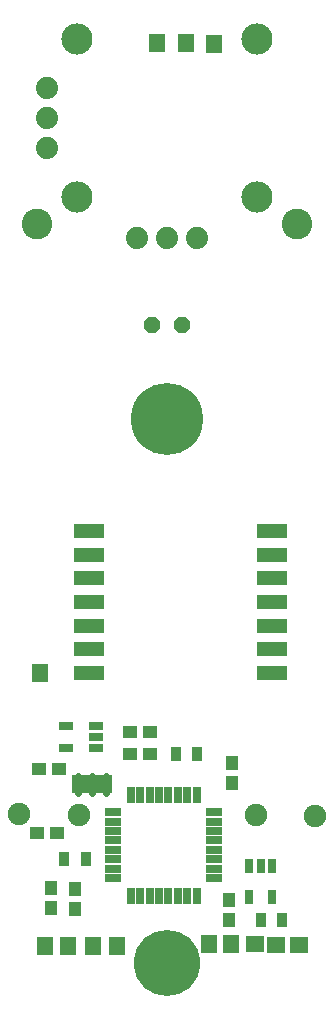
<source format=gbs>
G75*
%MOIN*%
%OFA0B0*%
%FSLAX25Y25*%
%IPPOS*%
%LPD*%
%AMOC8*
5,1,8,0,0,1.08239X$1,22.5*
%
%ADD10C,0.07487*%
%ADD11C,0.24022*%
%ADD12C,0.10243*%
%ADD13C,0.22054*%
%ADD14R,0.03550X0.05124*%
%ADD15R,0.06400X0.05400*%
%ADD16R,0.04337X0.04731*%
%ADD17R,0.02565X0.05124*%
%ADD18R,0.05124X0.02565*%
%ADD19R,0.05400X0.06400*%
%ADD20R,0.10411X0.05124*%
%ADD21R,0.05400X0.02600*%
%ADD22R,0.02600X0.05400*%
%ADD23R,0.04731X0.04337*%
%ADD24C,0.02172*%
%ADD25R,0.13760X0.06040*%
%ADD26OC8,0.05600*%
%ADD27C,0.10400*%
%ADD28C,0.07400*%
D10*
X0010624Y0061321D03*
X0030417Y0061139D03*
X0089472Y0061139D03*
X0109264Y0060958D03*
D11*
X0059944Y0193029D03*
D12*
X0016637Y0257990D03*
X0103251Y0257990D03*
D13*
X0059944Y0011927D03*
D14*
X0091113Y0025975D03*
X0098200Y0025975D03*
X0069867Y0081490D03*
X0062781Y0081490D03*
X0032779Y0046544D03*
X0025692Y0046544D03*
D15*
X0089132Y0018029D03*
X0096374Y0017936D03*
X0103987Y0017926D03*
D16*
X0080411Y0026000D03*
X0080411Y0032693D03*
X0081496Y0071795D03*
X0081496Y0078488D03*
X0029124Y0036505D03*
X0029124Y0029812D03*
X0021133Y0030253D03*
X0021133Y0036946D03*
D17*
X0087367Y0033819D03*
X0094847Y0033819D03*
X0094847Y0044056D03*
X0091107Y0044056D03*
X0087367Y0044056D03*
D18*
X0036324Y0083468D03*
X0036324Y0087208D03*
X0036324Y0090948D03*
X0026087Y0090948D03*
X0026087Y0083468D03*
D19*
X0019126Y0017508D03*
X0027048Y0017414D03*
X0035142Y0017467D03*
X0043129Y0017504D03*
X0073992Y0017988D03*
X0081219Y0018149D03*
X0017562Y0108528D03*
X0056499Y0318305D03*
X0066297Y0318343D03*
X0075592Y0318251D03*
D20*
X0094933Y0155725D03*
X0094933Y0147851D03*
X0094933Y0139977D03*
X0094933Y0132103D03*
X0094933Y0124229D03*
X0094933Y0116355D03*
X0094933Y0108481D03*
X0033878Y0108481D03*
X0033878Y0116355D03*
X0033878Y0124229D03*
X0033878Y0132103D03*
X0033878Y0139977D03*
X0033878Y0147851D03*
X0033878Y0155725D03*
D21*
X0041886Y0062082D03*
X0041886Y0058933D03*
X0041886Y0055783D03*
X0041886Y0052634D03*
X0041886Y0049484D03*
X0041886Y0046334D03*
X0041886Y0043185D03*
X0041886Y0040035D03*
X0075686Y0040035D03*
X0075686Y0043185D03*
X0075686Y0046334D03*
X0075686Y0049484D03*
X0075686Y0052634D03*
X0075686Y0055783D03*
X0075686Y0058933D03*
X0075686Y0062082D03*
D22*
X0069810Y0067959D03*
X0066660Y0067959D03*
X0063511Y0067959D03*
X0060361Y0067959D03*
X0057211Y0067959D03*
X0054062Y0067959D03*
X0050912Y0067959D03*
X0047763Y0067959D03*
X0047763Y0034159D03*
X0050912Y0034159D03*
X0054062Y0034159D03*
X0057211Y0034159D03*
X0060361Y0034159D03*
X0063511Y0034159D03*
X0066660Y0034159D03*
X0069810Y0034159D03*
D23*
X0023365Y0055126D03*
X0016672Y0055126D03*
X0017182Y0076379D03*
X0023875Y0076379D03*
X0047509Y0081568D03*
X0054202Y0081568D03*
X0054350Y0088887D03*
X0047657Y0088887D03*
D24*
X0039566Y0074276D02*
X0039566Y0068548D01*
X0034841Y0068548D02*
X0034841Y0074276D01*
X0030117Y0074276D02*
X0030117Y0068548D01*
D25*
X0034831Y0071422D03*
D26*
X0054944Y0224525D03*
X0064944Y0224525D03*
D27*
X0089944Y0267173D03*
X0089944Y0319673D03*
X0029944Y0319673D03*
X0029944Y0267173D03*
D28*
X0019944Y0283423D03*
X0019944Y0293423D03*
X0019944Y0303423D03*
X0049944Y0253423D03*
X0059944Y0253423D03*
X0069944Y0253423D03*
M02*

</source>
